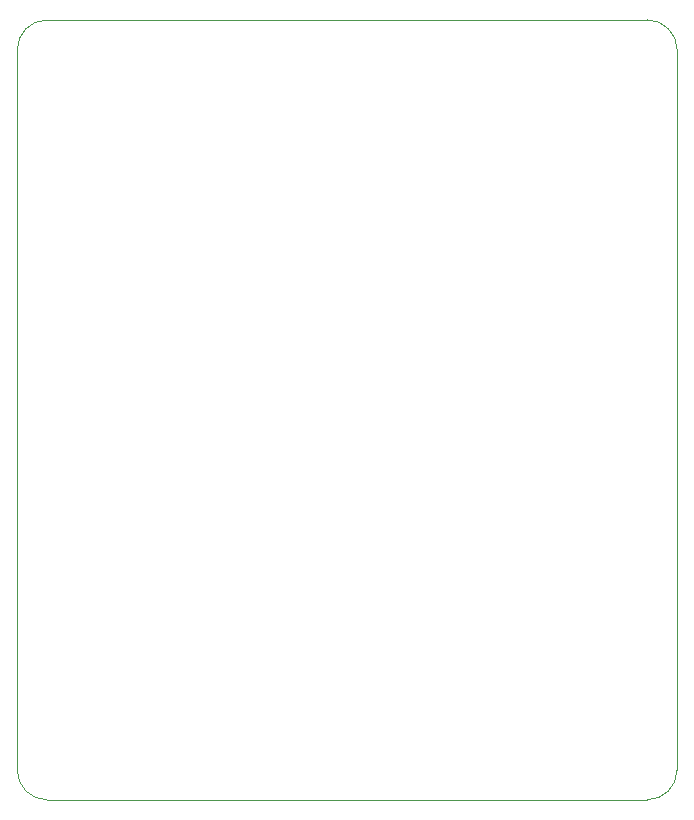
<source format=gbr>
%TF.GenerationSoftware,KiCad,Pcbnew,7.0.9*%
%TF.CreationDate,2024-06-27T12:47:17-04:00*%
%TF.ProjectId,PCBAdas,50434241-6461-4732-9e6b-696361645f70,rev?*%
%TF.SameCoordinates,Original*%
%TF.FileFunction,Profile,NP*%
%FSLAX46Y46*%
G04 Gerber Fmt 4.6, Leading zero omitted, Abs format (unit mm)*
G04 Created by KiCad (PCBNEW 7.0.9) date 2024-06-27 12:47:17*
%MOMM*%
%LPD*%
G01*
G04 APERTURE LIST*
%TA.AperFunction,Profile*%
%ADD10C,0.100000*%
%TD*%
G04 APERTURE END LIST*
D10*
X193040000Y-68580000D02*
X193040000Y-129540000D01*
X139700000Y-66040000D02*
X190500000Y-66040000D01*
X190500000Y-132080000D02*
X139700000Y-132080000D01*
X193040000Y-68580000D02*
G75*
G03*
X190500000Y-66040000I-2540000J0D01*
G01*
X137160000Y-129540000D02*
G75*
G03*
X139700000Y-132080000I2540000J0D01*
G01*
X139700000Y-66040000D02*
G75*
G03*
X137160000Y-68580000I0J-2540000D01*
G01*
X137160000Y-68580000D02*
X137160000Y-129540000D01*
X190500000Y-132080000D02*
G75*
G03*
X193040000Y-129540000I0J2540000D01*
G01*
M02*

</source>
